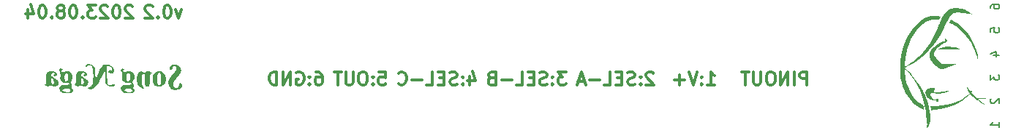
<source format=gbr>
%TF.GenerationSoftware,KiCad,Pcbnew,(7.0.0)*%
%TF.CreationDate,2023-08-09T19:52:53-07:00*%
%TF.ProjectId,8-pots-1-mux,382d706f-7473-42d3-912d-6d75782e6b69,rev?*%
%TF.SameCoordinates,Original*%
%TF.FileFunction,Legend,Bot*%
%TF.FilePolarity,Positive*%
%FSLAX46Y46*%
G04 Gerber Fmt 4.6, Leading zero omitted, Abs format (unit mm)*
G04 Created by KiCad (PCBNEW (7.0.0)) date 2023-08-09 19:52:53*
%MOMM*%
%LPD*%
G01*
G04 APERTURE LIST*
%ADD10C,0.300000*%
%ADD11C,0.150000*%
%ADD12C,0.375000*%
G04 APERTURE END LIST*
D10*
X110875426Y-27491071D02*
X110518283Y-28491071D01*
X110518283Y-28491071D02*
X110161140Y-27491071D01*
X109303997Y-26991071D02*
X109161140Y-26991071D01*
X109161140Y-26991071D02*
X109018283Y-27062500D01*
X109018283Y-27062500D02*
X108946855Y-27133928D01*
X108946855Y-27133928D02*
X108875426Y-27276785D01*
X108875426Y-27276785D02*
X108803997Y-27562500D01*
X108803997Y-27562500D02*
X108803997Y-27919642D01*
X108803997Y-27919642D02*
X108875426Y-28205357D01*
X108875426Y-28205357D02*
X108946855Y-28348214D01*
X108946855Y-28348214D02*
X109018283Y-28419642D01*
X109018283Y-28419642D02*
X109161140Y-28491071D01*
X109161140Y-28491071D02*
X109303997Y-28491071D01*
X109303997Y-28491071D02*
X109446855Y-28419642D01*
X109446855Y-28419642D02*
X109518283Y-28348214D01*
X109518283Y-28348214D02*
X109589712Y-28205357D01*
X109589712Y-28205357D02*
X109661140Y-27919642D01*
X109661140Y-27919642D02*
X109661140Y-27562500D01*
X109661140Y-27562500D02*
X109589712Y-27276785D01*
X109589712Y-27276785D02*
X109518283Y-27133928D01*
X109518283Y-27133928D02*
X109446855Y-27062500D01*
X109446855Y-27062500D02*
X109303997Y-26991071D01*
X108161141Y-28348214D02*
X108089712Y-28419642D01*
X108089712Y-28419642D02*
X108161141Y-28491071D01*
X108161141Y-28491071D02*
X108232569Y-28419642D01*
X108232569Y-28419642D02*
X108161141Y-28348214D01*
X108161141Y-28348214D02*
X108161141Y-28491071D01*
X107518283Y-27133928D02*
X107446855Y-27062500D01*
X107446855Y-27062500D02*
X107303998Y-26991071D01*
X107303998Y-26991071D02*
X106946855Y-26991071D01*
X106946855Y-26991071D02*
X106803998Y-27062500D01*
X106803998Y-27062500D02*
X106732569Y-27133928D01*
X106732569Y-27133928D02*
X106661140Y-27276785D01*
X106661140Y-27276785D02*
X106661140Y-27419642D01*
X106661140Y-27419642D02*
X106732569Y-27633928D01*
X106732569Y-27633928D02*
X107589712Y-28491071D01*
X107589712Y-28491071D02*
X106661140Y-28491071D01*
X105189712Y-27133928D02*
X105118284Y-27062500D01*
X105118284Y-27062500D02*
X104975427Y-26991071D01*
X104975427Y-26991071D02*
X104618284Y-26991071D01*
X104618284Y-26991071D02*
X104475427Y-27062500D01*
X104475427Y-27062500D02*
X104403998Y-27133928D01*
X104403998Y-27133928D02*
X104332569Y-27276785D01*
X104332569Y-27276785D02*
X104332569Y-27419642D01*
X104332569Y-27419642D02*
X104403998Y-27633928D01*
X104403998Y-27633928D02*
X105261141Y-28491071D01*
X105261141Y-28491071D02*
X104332569Y-28491071D01*
X103403998Y-26991071D02*
X103261141Y-26991071D01*
X103261141Y-26991071D02*
X103118284Y-27062500D01*
X103118284Y-27062500D02*
X103046856Y-27133928D01*
X103046856Y-27133928D02*
X102975427Y-27276785D01*
X102975427Y-27276785D02*
X102903998Y-27562500D01*
X102903998Y-27562500D02*
X102903998Y-27919642D01*
X102903998Y-27919642D02*
X102975427Y-28205357D01*
X102975427Y-28205357D02*
X103046856Y-28348214D01*
X103046856Y-28348214D02*
X103118284Y-28419642D01*
X103118284Y-28419642D02*
X103261141Y-28491071D01*
X103261141Y-28491071D02*
X103403998Y-28491071D01*
X103403998Y-28491071D02*
X103546856Y-28419642D01*
X103546856Y-28419642D02*
X103618284Y-28348214D01*
X103618284Y-28348214D02*
X103689713Y-28205357D01*
X103689713Y-28205357D02*
X103761141Y-27919642D01*
X103761141Y-27919642D02*
X103761141Y-27562500D01*
X103761141Y-27562500D02*
X103689713Y-27276785D01*
X103689713Y-27276785D02*
X103618284Y-27133928D01*
X103618284Y-27133928D02*
X103546856Y-27062500D01*
X103546856Y-27062500D02*
X103403998Y-26991071D01*
X102332570Y-27133928D02*
X102261142Y-27062500D01*
X102261142Y-27062500D02*
X102118285Y-26991071D01*
X102118285Y-26991071D02*
X101761142Y-26991071D01*
X101761142Y-26991071D02*
X101618285Y-27062500D01*
X101618285Y-27062500D02*
X101546856Y-27133928D01*
X101546856Y-27133928D02*
X101475427Y-27276785D01*
X101475427Y-27276785D02*
X101475427Y-27419642D01*
X101475427Y-27419642D02*
X101546856Y-27633928D01*
X101546856Y-27633928D02*
X102403999Y-28491071D01*
X102403999Y-28491071D02*
X101475427Y-28491071D01*
X100975428Y-26991071D02*
X100046856Y-26991071D01*
X100046856Y-26991071D02*
X100546856Y-27562500D01*
X100546856Y-27562500D02*
X100332571Y-27562500D01*
X100332571Y-27562500D02*
X100189714Y-27633928D01*
X100189714Y-27633928D02*
X100118285Y-27705357D01*
X100118285Y-27705357D02*
X100046856Y-27848214D01*
X100046856Y-27848214D02*
X100046856Y-28205357D01*
X100046856Y-28205357D02*
X100118285Y-28348214D01*
X100118285Y-28348214D02*
X100189714Y-28419642D01*
X100189714Y-28419642D02*
X100332571Y-28491071D01*
X100332571Y-28491071D02*
X100761142Y-28491071D01*
X100761142Y-28491071D02*
X100903999Y-28419642D01*
X100903999Y-28419642D02*
X100975428Y-28348214D01*
X99404000Y-28348214D02*
X99332571Y-28419642D01*
X99332571Y-28419642D02*
X99404000Y-28491071D01*
X99404000Y-28491071D02*
X99475428Y-28419642D01*
X99475428Y-28419642D02*
X99404000Y-28348214D01*
X99404000Y-28348214D02*
X99404000Y-28491071D01*
X98403999Y-26991071D02*
X98261142Y-26991071D01*
X98261142Y-26991071D02*
X98118285Y-27062500D01*
X98118285Y-27062500D02*
X98046857Y-27133928D01*
X98046857Y-27133928D02*
X97975428Y-27276785D01*
X97975428Y-27276785D02*
X97903999Y-27562500D01*
X97903999Y-27562500D02*
X97903999Y-27919642D01*
X97903999Y-27919642D02*
X97975428Y-28205357D01*
X97975428Y-28205357D02*
X98046857Y-28348214D01*
X98046857Y-28348214D02*
X98118285Y-28419642D01*
X98118285Y-28419642D02*
X98261142Y-28491071D01*
X98261142Y-28491071D02*
X98403999Y-28491071D01*
X98403999Y-28491071D02*
X98546857Y-28419642D01*
X98546857Y-28419642D02*
X98618285Y-28348214D01*
X98618285Y-28348214D02*
X98689714Y-28205357D01*
X98689714Y-28205357D02*
X98761142Y-27919642D01*
X98761142Y-27919642D02*
X98761142Y-27562500D01*
X98761142Y-27562500D02*
X98689714Y-27276785D01*
X98689714Y-27276785D02*
X98618285Y-27133928D01*
X98618285Y-27133928D02*
X98546857Y-27062500D01*
X98546857Y-27062500D02*
X98403999Y-26991071D01*
X97046857Y-27633928D02*
X97189714Y-27562500D01*
X97189714Y-27562500D02*
X97261143Y-27491071D01*
X97261143Y-27491071D02*
X97332571Y-27348214D01*
X97332571Y-27348214D02*
X97332571Y-27276785D01*
X97332571Y-27276785D02*
X97261143Y-27133928D01*
X97261143Y-27133928D02*
X97189714Y-27062500D01*
X97189714Y-27062500D02*
X97046857Y-26991071D01*
X97046857Y-26991071D02*
X96761143Y-26991071D01*
X96761143Y-26991071D02*
X96618286Y-27062500D01*
X96618286Y-27062500D02*
X96546857Y-27133928D01*
X96546857Y-27133928D02*
X96475428Y-27276785D01*
X96475428Y-27276785D02*
X96475428Y-27348214D01*
X96475428Y-27348214D02*
X96546857Y-27491071D01*
X96546857Y-27491071D02*
X96618286Y-27562500D01*
X96618286Y-27562500D02*
X96761143Y-27633928D01*
X96761143Y-27633928D02*
X97046857Y-27633928D01*
X97046857Y-27633928D02*
X97189714Y-27705357D01*
X97189714Y-27705357D02*
X97261143Y-27776785D01*
X97261143Y-27776785D02*
X97332571Y-27919642D01*
X97332571Y-27919642D02*
X97332571Y-28205357D01*
X97332571Y-28205357D02*
X97261143Y-28348214D01*
X97261143Y-28348214D02*
X97189714Y-28419642D01*
X97189714Y-28419642D02*
X97046857Y-28491071D01*
X97046857Y-28491071D02*
X96761143Y-28491071D01*
X96761143Y-28491071D02*
X96618286Y-28419642D01*
X96618286Y-28419642D02*
X96546857Y-28348214D01*
X96546857Y-28348214D02*
X96475428Y-28205357D01*
X96475428Y-28205357D02*
X96475428Y-27919642D01*
X96475428Y-27919642D02*
X96546857Y-27776785D01*
X96546857Y-27776785D02*
X96618286Y-27705357D01*
X96618286Y-27705357D02*
X96761143Y-27633928D01*
X95832572Y-28348214D02*
X95761143Y-28419642D01*
X95761143Y-28419642D02*
X95832572Y-28491071D01*
X95832572Y-28491071D02*
X95904000Y-28419642D01*
X95904000Y-28419642D02*
X95832572Y-28348214D01*
X95832572Y-28348214D02*
X95832572Y-28491071D01*
X94832571Y-26991071D02*
X94689714Y-26991071D01*
X94689714Y-26991071D02*
X94546857Y-27062500D01*
X94546857Y-27062500D02*
X94475429Y-27133928D01*
X94475429Y-27133928D02*
X94404000Y-27276785D01*
X94404000Y-27276785D02*
X94332571Y-27562500D01*
X94332571Y-27562500D02*
X94332571Y-27919642D01*
X94332571Y-27919642D02*
X94404000Y-28205357D01*
X94404000Y-28205357D02*
X94475429Y-28348214D01*
X94475429Y-28348214D02*
X94546857Y-28419642D01*
X94546857Y-28419642D02*
X94689714Y-28491071D01*
X94689714Y-28491071D02*
X94832571Y-28491071D01*
X94832571Y-28491071D02*
X94975429Y-28419642D01*
X94975429Y-28419642D02*
X95046857Y-28348214D01*
X95046857Y-28348214D02*
X95118286Y-28205357D01*
X95118286Y-28205357D02*
X95189714Y-27919642D01*
X95189714Y-27919642D02*
X95189714Y-27562500D01*
X95189714Y-27562500D02*
X95118286Y-27276785D01*
X95118286Y-27276785D02*
X95046857Y-27133928D01*
X95046857Y-27133928D02*
X94975429Y-27062500D01*
X94975429Y-27062500D02*
X94832571Y-26991071D01*
X93046858Y-27491071D02*
X93046858Y-28491071D01*
X93404000Y-26919642D02*
X93761143Y-27991071D01*
X93761143Y-27991071D02*
X92832572Y-27991071D01*
D11*
X204522380Y-27336666D02*
X204522380Y-27146190D01*
X204522380Y-27146190D02*
X204570000Y-27050952D01*
X204570000Y-27050952D02*
X204617619Y-27003333D01*
X204617619Y-27003333D02*
X204760476Y-26908095D01*
X204760476Y-26908095D02*
X204950952Y-26860476D01*
X204950952Y-26860476D02*
X205331904Y-26860476D01*
X205331904Y-26860476D02*
X205427142Y-26908095D01*
X205427142Y-26908095D02*
X205474761Y-26955714D01*
X205474761Y-26955714D02*
X205522380Y-27050952D01*
X205522380Y-27050952D02*
X205522380Y-27241428D01*
X205522380Y-27241428D02*
X205474761Y-27336666D01*
X205474761Y-27336666D02*
X205427142Y-27384285D01*
X205427142Y-27384285D02*
X205331904Y-27431904D01*
X205331904Y-27431904D02*
X205093809Y-27431904D01*
X205093809Y-27431904D02*
X204998571Y-27384285D01*
X204998571Y-27384285D02*
X204950952Y-27336666D01*
X204950952Y-27336666D02*
X204903333Y-27241428D01*
X204903333Y-27241428D02*
X204903333Y-27050952D01*
X204903333Y-27050952D02*
X204950952Y-26955714D01*
X204950952Y-26955714D02*
X204998571Y-26908095D01*
X204998571Y-26908095D02*
X205093809Y-26860476D01*
X204522380Y-30136666D02*
X204522380Y-29660476D01*
X204522380Y-29660476D02*
X204998571Y-29612857D01*
X204998571Y-29612857D02*
X204950952Y-29660476D01*
X204950952Y-29660476D02*
X204903333Y-29755714D01*
X204903333Y-29755714D02*
X204903333Y-29993809D01*
X204903333Y-29993809D02*
X204950952Y-30089047D01*
X204950952Y-30089047D02*
X204998571Y-30136666D01*
X204998571Y-30136666D02*
X205093809Y-30184285D01*
X205093809Y-30184285D02*
X205331904Y-30184285D01*
X205331904Y-30184285D02*
X205427142Y-30136666D01*
X205427142Y-30136666D02*
X205474761Y-30089047D01*
X205474761Y-30089047D02*
X205522380Y-29993809D01*
X205522380Y-29993809D02*
X205522380Y-29755714D01*
X205522380Y-29755714D02*
X205474761Y-29660476D01*
X205474761Y-29660476D02*
X205427142Y-29612857D01*
X204855714Y-32841428D02*
X205522380Y-32841428D01*
X204474761Y-32603333D02*
X205189047Y-32365238D01*
X205189047Y-32365238D02*
X205189047Y-32984285D01*
X204522380Y-35070000D02*
X204522380Y-35689047D01*
X204522380Y-35689047D02*
X204903333Y-35355714D01*
X204903333Y-35355714D02*
X204903333Y-35498571D01*
X204903333Y-35498571D02*
X204950952Y-35593809D01*
X204950952Y-35593809D02*
X204998571Y-35641428D01*
X204998571Y-35641428D02*
X205093809Y-35689047D01*
X205093809Y-35689047D02*
X205331904Y-35689047D01*
X205331904Y-35689047D02*
X205427142Y-35641428D01*
X205427142Y-35641428D02*
X205474761Y-35593809D01*
X205474761Y-35593809D02*
X205522380Y-35498571D01*
X205522380Y-35498571D02*
X205522380Y-35212857D01*
X205522380Y-35212857D02*
X205474761Y-35117619D01*
X205474761Y-35117619D02*
X205427142Y-35070000D01*
X204617619Y-37870000D02*
X204570000Y-37917619D01*
X204570000Y-37917619D02*
X204522380Y-38012857D01*
X204522380Y-38012857D02*
X204522380Y-38250952D01*
X204522380Y-38250952D02*
X204570000Y-38346190D01*
X204570000Y-38346190D02*
X204617619Y-38393809D01*
X204617619Y-38393809D02*
X204712857Y-38441428D01*
X204712857Y-38441428D02*
X204808095Y-38441428D01*
X204808095Y-38441428D02*
X204950952Y-38393809D01*
X204950952Y-38393809D02*
X205522380Y-37822381D01*
X205522380Y-37822381D02*
X205522380Y-38441428D01*
X205522380Y-41193809D02*
X205522380Y-40622381D01*
X205522380Y-40908095D02*
X204522380Y-40908095D01*
X204522380Y-40908095D02*
X204665238Y-40812857D01*
X204665238Y-40812857D02*
X204760476Y-40717619D01*
X204760476Y-40717619D02*
X204808095Y-40622381D01*
D12*
X183284857Y-36249571D02*
X183284857Y-34749571D01*
X183284857Y-34749571D02*
X182713428Y-34749571D01*
X182713428Y-34749571D02*
X182570571Y-34821000D01*
X182570571Y-34821000D02*
X182499142Y-34892428D01*
X182499142Y-34892428D02*
X182427714Y-35035285D01*
X182427714Y-35035285D02*
X182427714Y-35249571D01*
X182427714Y-35249571D02*
X182499142Y-35392428D01*
X182499142Y-35392428D02*
X182570571Y-35463857D01*
X182570571Y-35463857D02*
X182713428Y-35535285D01*
X182713428Y-35535285D02*
X183284857Y-35535285D01*
X181784857Y-36249571D02*
X181784857Y-34749571D01*
X181070571Y-36249571D02*
X181070571Y-34749571D01*
X181070571Y-34749571D02*
X180213428Y-36249571D01*
X180213428Y-36249571D02*
X180213428Y-34749571D01*
X179213427Y-34749571D02*
X178927713Y-34749571D01*
X178927713Y-34749571D02*
X178784856Y-34821000D01*
X178784856Y-34821000D02*
X178641999Y-34963857D01*
X178641999Y-34963857D02*
X178570570Y-35249571D01*
X178570570Y-35249571D02*
X178570570Y-35749571D01*
X178570570Y-35749571D02*
X178641999Y-36035285D01*
X178641999Y-36035285D02*
X178784856Y-36178142D01*
X178784856Y-36178142D02*
X178927713Y-36249571D01*
X178927713Y-36249571D02*
X179213427Y-36249571D01*
X179213427Y-36249571D02*
X179356285Y-36178142D01*
X179356285Y-36178142D02*
X179499142Y-36035285D01*
X179499142Y-36035285D02*
X179570570Y-35749571D01*
X179570570Y-35749571D02*
X179570570Y-35249571D01*
X179570570Y-35249571D02*
X179499142Y-34963857D01*
X179499142Y-34963857D02*
X179356285Y-34821000D01*
X179356285Y-34821000D02*
X179213427Y-34749571D01*
X177927713Y-34749571D02*
X177927713Y-35963857D01*
X177927713Y-35963857D02*
X177856284Y-36106714D01*
X177856284Y-36106714D02*
X177784856Y-36178142D01*
X177784856Y-36178142D02*
X177641998Y-36249571D01*
X177641998Y-36249571D02*
X177356284Y-36249571D01*
X177356284Y-36249571D02*
X177213427Y-36178142D01*
X177213427Y-36178142D02*
X177141998Y-36106714D01*
X177141998Y-36106714D02*
X177070570Y-35963857D01*
X177070570Y-35963857D02*
X177070570Y-34749571D01*
X176570569Y-34749571D02*
X175713427Y-34749571D01*
X176141998Y-36249571D02*
X176141998Y-34749571D01*
X171727712Y-36249571D02*
X172584855Y-36249571D01*
X172156284Y-36249571D02*
X172156284Y-34749571D01*
X172156284Y-34749571D02*
X172299141Y-34963857D01*
X172299141Y-34963857D02*
X172441998Y-35106714D01*
X172441998Y-35106714D02*
X172584855Y-35178142D01*
X171084856Y-36106714D02*
X171013427Y-36178142D01*
X171013427Y-36178142D02*
X171084856Y-36249571D01*
X171084856Y-36249571D02*
X171156284Y-36178142D01*
X171156284Y-36178142D02*
X171084856Y-36106714D01*
X171084856Y-36106714D02*
X171084856Y-36249571D01*
X171084856Y-35321000D02*
X171013427Y-35392428D01*
X171013427Y-35392428D02*
X171084856Y-35463857D01*
X171084856Y-35463857D02*
X171156284Y-35392428D01*
X171156284Y-35392428D02*
X171084856Y-35321000D01*
X171084856Y-35321000D02*
X171084856Y-35463857D01*
X170584855Y-34749571D02*
X170084855Y-36249571D01*
X170084855Y-36249571D02*
X169584855Y-34749571D01*
X169084856Y-35678142D02*
X167941999Y-35678142D01*
X168513427Y-36249571D02*
X168513427Y-35106714D01*
X165499141Y-34892428D02*
X165427713Y-34821000D01*
X165427713Y-34821000D02*
X165284856Y-34749571D01*
X165284856Y-34749571D02*
X164927713Y-34749571D01*
X164927713Y-34749571D02*
X164784856Y-34821000D01*
X164784856Y-34821000D02*
X164713427Y-34892428D01*
X164713427Y-34892428D02*
X164641998Y-35035285D01*
X164641998Y-35035285D02*
X164641998Y-35178142D01*
X164641998Y-35178142D02*
X164713427Y-35392428D01*
X164713427Y-35392428D02*
X165570570Y-36249571D01*
X165570570Y-36249571D02*
X164641998Y-36249571D01*
X163999142Y-36106714D02*
X163927713Y-36178142D01*
X163927713Y-36178142D02*
X163999142Y-36249571D01*
X163999142Y-36249571D02*
X164070570Y-36178142D01*
X164070570Y-36178142D02*
X163999142Y-36106714D01*
X163999142Y-36106714D02*
X163999142Y-36249571D01*
X163999142Y-35321000D02*
X163927713Y-35392428D01*
X163927713Y-35392428D02*
X163999142Y-35463857D01*
X163999142Y-35463857D02*
X164070570Y-35392428D01*
X164070570Y-35392428D02*
X163999142Y-35321000D01*
X163999142Y-35321000D02*
X163999142Y-35463857D01*
X163356284Y-36178142D02*
X163141999Y-36249571D01*
X163141999Y-36249571D02*
X162784856Y-36249571D01*
X162784856Y-36249571D02*
X162641999Y-36178142D01*
X162641999Y-36178142D02*
X162570570Y-36106714D01*
X162570570Y-36106714D02*
X162499141Y-35963857D01*
X162499141Y-35963857D02*
X162499141Y-35821000D01*
X162499141Y-35821000D02*
X162570570Y-35678142D01*
X162570570Y-35678142D02*
X162641999Y-35606714D01*
X162641999Y-35606714D02*
X162784856Y-35535285D01*
X162784856Y-35535285D02*
X163070570Y-35463857D01*
X163070570Y-35463857D02*
X163213427Y-35392428D01*
X163213427Y-35392428D02*
X163284856Y-35321000D01*
X163284856Y-35321000D02*
X163356284Y-35178142D01*
X163356284Y-35178142D02*
X163356284Y-35035285D01*
X163356284Y-35035285D02*
X163284856Y-34892428D01*
X163284856Y-34892428D02*
X163213427Y-34821000D01*
X163213427Y-34821000D02*
X163070570Y-34749571D01*
X163070570Y-34749571D02*
X162713427Y-34749571D01*
X162713427Y-34749571D02*
X162499141Y-34821000D01*
X161856285Y-35463857D02*
X161356285Y-35463857D01*
X161141999Y-36249571D02*
X161856285Y-36249571D01*
X161856285Y-36249571D02*
X161856285Y-34749571D01*
X161856285Y-34749571D02*
X161141999Y-34749571D01*
X159784856Y-36249571D02*
X160499142Y-36249571D01*
X160499142Y-36249571D02*
X160499142Y-34749571D01*
X159284856Y-35678142D02*
X158141999Y-35678142D01*
X157499141Y-35821000D02*
X156784856Y-35821000D01*
X157641998Y-36249571D02*
X157141998Y-34749571D01*
X157141998Y-34749571D02*
X156641998Y-36249571D01*
X155384856Y-34749571D02*
X154456284Y-34749571D01*
X154456284Y-34749571D02*
X154956284Y-35321000D01*
X154956284Y-35321000D02*
X154741999Y-35321000D01*
X154741999Y-35321000D02*
X154599142Y-35392428D01*
X154599142Y-35392428D02*
X154527713Y-35463857D01*
X154527713Y-35463857D02*
X154456284Y-35606714D01*
X154456284Y-35606714D02*
X154456284Y-35963857D01*
X154456284Y-35963857D02*
X154527713Y-36106714D01*
X154527713Y-36106714D02*
X154599142Y-36178142D01*
X154599142Y-36178142D02*
X154741999Y-36249571D01*
X154741999Y-36249571D02*
X155170570Y-36249571D01*
X155170570Y-36249571D02*
X155313427Y-36178142D01*
X155313427Y-36178142D02*
X155384856Y-36106714D01*
X153813428Y-36106714D02*
X153741999Y-36178142D01*
X153741999Y-36178142D02*
X153813428Y-36249571D01*
X153813428Y-36249571D02*
X153884856Y-36178142D01*
X153884856Y-36178142D02*
X153813428Y-36106714D01*
X153813428Y-36106714D02*
X153813428Y-36249571D01*
X153813428Y-35321000D02*
X153741999Y-35392428D01*
X153741999Y-35392428D02*
X153813428Y-35463857D01*
X153813428Y-35463857D02*
X153884856Y-35392428D01*
X153884856Y-35392428D02*
X153813428Y-35321000D01*
X153813428Y-35321000D02*
X153813428Y-35463857D01*
X153170570Y-36178142D02*
X152956285Y-36249571D01*
X152956285Y-36249571D02*
X152599142Y-36249571D01*
X152599142Y-36249571D02*
X152456285Y-36178142D01*
X152456285Y-36178142D02*
X152384856Y-36106714D01*
X152384856Y-36106714D02*
X152313427Y-35963857D01*
X152313427Y-35963857D02*
X152313427Y-35821000D01*
X152313427Y-35821000D02*
X152384856Y-35678142D01*
X152384856Y-35678142D02*
X152456285Y-35606714D01*
X152456285Y-35606714D02*
X152599142Y-35535285D01*
X152599142Y-35535285D02*
X152884856Y-35463857D01*
X152884856Y-35463857D02*
X153027713Y-35392428D01*
X153027713Y-35392428D02*
X153099142Y-35321000D01*
X153099142Y-35321000D02*
X153170570Y-35178142D01*
X153170570Y-35178142D02*
X153170570Y-35035285D01*
X153170570Y-35035285D02*
X153099142Y-34892428D01*
X153099142Y-34892428D02*
X153027713Y-34821000D01*
X153027713Y-34821000D02*
X152884856Y-34749571D01*
X152884856Y-34749571D02*
X152527713Y-34749571D01*
X152527713Y-34749571D02*
X152313427Y-34821000D01*
X151670571Y-35463857D02*
X151170571Y-35463857D01*
X150956285Y-36249571D02*
X151670571Y-36249571D01*
X151670571Y-36249571D02*
X151670571Y-34749571D01*
X151670571Y-34749571D02*
X150956285Y-34749571D01*
X149599142Y-36249571D02*
X150313428Y-36249571D01*
X150313428Y-36249571D02*
X150313428Y-34749571D01*
X149099142Y-35678142D02*
X147956285Y-35678142D01*
X146741999Y-35463857D02*
X146527713Y-35535285D01*
X146527713Y-35535285D02*
X146456284Y-35606714D01*
X146456284Y-35606714D02*
X146384856Y-35749571D01*
X146384856Y-35749571D02*
X146384856Y-35963857D01*
X146384856Y-35963857D02*
X146456284Y-36106714D01*
X146456284Y-36106714D02*
X146527713Y-36178142D01*
X146527713Y-36178142D02*
X146670570Y-36249571D01*
X146670570Y-36249571D02*
X147241999Y-36249571D01*
X147241999Y-36249571D02*
X147241999Y-34749571D01*
X147241999Y-34749571D02*
X146741999Y-34749571D01*
X146741999Y-34749571D02*
X146599142Y-34821000D01*
X146599142Y-34821000D02*
X146527713Y-34892428D01*
X146527713Y-34892428D02*
X146456284Y-35035285D01*
X146456284Y-35035285D02*
X146456284Y-35178142D01*
X146456284Y-35178142D02*
X146527713Y-35321000D01*
X146527713Y-35321000D02*
X146599142Y-35392428D01*
X146599142Y-35392428D02*
X146741999Y-35463857D01*
X146741999Y-35463857D02*
X147241999Y-35463857D01*
X144199142Y-35249571D02*
X144199142Y-36249571D01*
X144556284Y-34678142D02*
X144913427Y-35749571D01*
X144913427Y-35749571D02*
X143984856Y-35749571D01*
X143413428Y-36106714D02*
X143341999Y-36178142D01*
X143341999Y-36178142D02*
X143413428Y-36249571D01*
X143413428Y-36249571D02*
X143484856Y-36178142D01*
X143484856Y-36178142D02*
X143413428Y-36106714D01*
X143413428Y-36106714D02*
X143413428Y-36249571D01*
X143413428Y-35321000D02*
X143341999Y-35392428D01*
X143341999Y-35392428D02*
X143413428Y-35463857D01*
X143413428Y-35463857D02*
X143484856Y-35392428D01*
X143484856Y-35392428D02*
X143413428Y-35321000D01*
X143413428Y-35321000D02*
X143413428Y-35463857D01*
X142770570Y-36178142D02*
X142556285Y-36249571D01*
X142556285Y-36249571D02*
X142199142Y-36249571D01*
X142199142Y-36249571D02*
X142056285Y-36178142D01*
X142056285Y-36178142D02*
X141984856Y-36106714D01*
X141984856Y-36106714D02*
X141913427Y-35963857D01*
X141913427Y-35963857D02*
X141913427Y-35821000D01*
X141913427Y-35821000D02*
X141984856Y-35678142D01*
X141984856Y-35678142D02*
X142056285Y-35606714D01*
X142056285Y-35606714D02*
X142199142Y-35535285D01*
X142199142Y-35535285D02*
X142484856Y-35463857D01*
X142484856Y-35463857D02*
X142627713Y-35392428D01*
X142627713Y-35392428D02*
X142699142Y-35321000D01*
X142699142Y-35321000D02*
X142770570Y-35178142D01*
X142770570Y-35178142D02*
X142770570Y-35035285D01*
X142770570Y-35035285D02*
X142699142Y-34892428D01*
X142699142Y-34892428D02*
X142627713Y-34821000D01*
X142627713Y-34821000D02*
X142484856Y-34749571D01*
X142484856Y-34749571D02*
X142127713Y-34749571D01*
X142127713Y-34749571D02*
X141913427Y-34821000D01*
X141270571Y-35463857D02*
X140770571Y-35463857D01*
X140556285Y-36249571D02*
X141270571Y-36249571D01*
X141270571Y-36249571D02*
X141270571Y-34749571D01*
X141270571Y-34749571D02*
X140556285Y-34749571D01*
X139199142Y-36249571D02*
X139913428Y-36249571D01*
X139913428Y-36249571D02*
X139913428Y-34749571D01*
X138699142Y-35678142D02*
X137556285Y-35678142D01*
X135984856Y-36106714D02*
X136056284Y-36178142D01*
X136056284Y-36178142D02*
X136270570Y-36249571D01*
X136270570Y-36249571D02*
X136413427Y-36249571D01*
X136413427Y-36249571D02*
X136627713Y-36178142D01*
X136627713Y-36178142D02*
X136770570Y-36035285D01*
X136770570Y-36035285D02*
X136841999Y-35892428D01*
X136841999Y-35892428D02*
X136913427Y-35606714D01*
X136913427Y-35606714D02*
X136913427Y-35392428D01*
X136913427Y-35392428D02*
X136841999Y-35106714D01*
X136841999Y-35106714D02*
X136770570Y-34963857D01*
X136770570Y-34963857D02*
X136627713Y-34821000D01*
X136627713Y-34821000D02*
X136413427Y-34749571D01*
X136413427Y-34749571D02*
X136270570Y-34749571D01*
X136270570Y-34749571D02*
X136056284Y-34821000D01*
X136056284Y-34821000D02*
X135984856Y-34892428D01*
X133727713Y-34749571D02*
X134441999Y-34749571D01*
X134441999Y-34749571D02*
X134513427Y-35463857D01*
X134513427Y-35463857D02*
X134441999Y-35392428D01*
X134441999Y-35392428D02*
X134299142Y-35321000D01*
X134299142Y-35321000D02*
X133941999Y-35321000D01*
X133941999Y-35321000D02*
X133799142Y-35392428D01*
X133799142Y-35392428D02*
X133727713Y-35463857D01*
X133727713Y-35463857D02*
X133656284Y-35606714D01*
X133656284Y-35606714D02*
X133656284Y-35963857D01*
X133656284Y-35963857D02*
X133727713Y-36106714D01*
X133727713Y-36106714D02*
X133799142Y-36178142D01*
X133799142Y-36178142D02*
X133941999Y-36249571D01*
X133941999Y-36249571D02*
X134299142Y-36249571D01*
X134299142Y-36249571D02*
X134441999Y-36178142D01*
X134441999Y-36178142D02*
X134513427Y-36106714D01*
X133013428Y-36106714D02*
X132941999Y-36178142D01*
X132941999Y-36178142D02*
X133013428Y-36249571D01*
X133013428Y-36249571D02*
X133084856Y-36178142D01*
X133084856Y-36178142D02*
X133013428Y-36106714D01*
X133013428Y-36106714D02*
X133013428Y-36249571D01*
X133013428Y-35321000D02*
X132941999Y-35392428D01*
X132941999Y-35392428D02*
X133013428Y-35463857D01*
X133013428Y-35463857D02*
X133084856Y-35392428D01*
X133084856Y-35392428D02*
X133013428Y-35321000D01*
X133013428Y-35321000D02*
X133013428Y-35463857D01*
X132013427Y-34749571D02*
X131727713Y-34749571D01*
X131727713Y-34749571D02*
X131584856Y-34821000D01*
X131584856Y-34821000D02*
X131441999Y-34963857D01*
X131441999Y-34963857D02*
X131370570Y-35249571D01*
X131370570Y-35249571D02*
X131370570Y-35749571D01*
X131370570Y-35749571D02*
X131441999Y-36035285D01*
X131441999Y-36035285D02*
X131584856Y-36178142D01*
X131584856Y-36178142D02*
X131727713Y-36249571D01*
X131727713Y-36249571D02*
X132013427Y-36249571D01*
X132013427Y-36249571D02*
X132156285Y-36178142D01*
X132156285Y-36178142D02*
X132299142Y-36035285D01*
X132299142Y-36035285D02*
X132370570Y-35749571D01*
X132370570Y-35749571D02*
X132370570Y-35249571D01*
X132370570Y-35249571D02*
X132299142Y-34963857D01*
X132299142Y-34963857D02*
X132156285Y-34821000D01*
X132156285Y-34821000D02*
X132013427Y-34749571D01*
X130727713Y-34749571D02*
X130727713Y-35963857D01*
X130727713Y-35963857D02*
X130656284Y-36106714D01*
X130656284Y-36106714D02*
X130584856Y-36178142D01*
X130584856Y-36178142D02*
X130441998Y-36249571D01*
X130441998Y-36249571D02*
X130156284Y-36249571D01*
X130156284Y-36249571D02*
X130013427Y-36178142D01*
X130013427Y-36178142D02*
X129941998Y-36106714D01*
X129941998Y-36106714D02*
X129870570Y-35963857D01*
X129870570Y-35963857D02*
X129870570Y-34749571D01*
X129370569Y-34749571D02*
X128513427Y-34749571D01*
X128941998Y-36249571D02*
X128941998Y-34749571D01*
X126470570Y-34749571D02*
X126756284Y-34749571D01*
X126756284Y-34749571D02*
X126899141Y-34821000D01*
X126899141Y-34821000D02*
X126970570Y-34892428D01*
X126970570Y-34892428D02*
X127113427Y-35106714D01*
X127113427Y-35106714D02*
X127184855Y-35392428D01*
X127184855Y-35392428D02*
X127184855Y-35963857D01*
X127184855Y-35963857D02*
X127113427Y-36106714D01*
X127113427Y-36106714D02*
X127041998Y-36178142D01*
X127041998Y-36178142D02*
X126899141Y-36249571D01*
X126899141Y-36249571D02*
X126613427Y-36249571D01*
X126613427Y-36249571D02*
X126470570Y-36178142D01*
X126470570Y-36178142D02*
X126399141Y-36106714D01*
X126399141Y-36106714D02*
X126327712Y-35963857D01*
X126327712Y-35963857D02*
X126327712Y-35606714D01*
X126327712Y-35606714D02*
X126399141Y-35463857D01*
X126399141Y-35463857D02*
X126470570Y-35392428D01*
X126470570Y-35392428D02*
X126613427Y-35321000D01*
X126613427Y-35321000D02*
X126899141Y-35321000D01*
X126899141Y-35321000D02*
X127041998Y-35392428D01*
X127041998Y-35392428D02*
X127113427Y-35463857D01*
X127113427Y-35463857D02*
X127184855Y-35606714D01*
X125684856Y-36106714D02*
X125613427Y-36178142D01*
X125613427Y-36178142D02*
X125684856Y-36249571D01*
X125684856Y-36249571D02*
X125756284Y-36178142D01*
X125756284Y-36178142D02*
X125684856Y-36106714D01*
X125684856Y-36106714D02*
X125684856Y-36249571D01*
X125684856Y-35321000D02*
X125613427Y-35392428D01*
X125613427Y-35392428D02*
X125684856Y-35463857D01*
X125684856Y-35463857D02*
X125756284Y-35392428D01*
X125756284Y-35392428D02*
X125684856Y-35321000D01*
X125684856Y-35321000D02*
X125684856Y-35463857D01*
X124184855Y-34821000D02*
X124327713Y-34749571D01*
X124327713Y-34749571D02*
X124541998Y-34749571D01*
X124541998Y-34749571D02*
X124756284Y-34821000D01*
X124756284Y-34821000D02*
X124899141Y-34963857D01*
X124899141Y-34963857D02*
X124970570Y-35106714D01*
X124970570Y-35106714D02*
X125041998Y-35392428D01*
X125041998Y-35392428D02*
X125041998Y-35606714D01*
X125041998Y-35606714D02*
X124970570Y-35892428D01*
X124970570Y-35892428D02*
X124899141Y-36035285D01*
X124899141Y-36035285D02*
X124756284Y-36178142D01*
X124756284Y-36178142D02*
X124541998Y-36249571D01*
X124541998Y-36249571D02*
X124399141Y-36249571D01*
X124399141Y-36249571D02*
X124184855Y-36178142D01*
X124184855Y-36178142D02*
X124113427Y-36106714D01*
X124113427Y-36106714D02*
X124113427Y-35606714D01*
X124113427Y-35606714D02*
X124399141Y-35606714D01*
X123470570Y-36249571D02*
X123470570Y-34749571D01*
X123470570Y-34749571D02*
X122613427Y-36249571D01*
X122613427Y-36249571D02*
X122613427Y-34749571D01*
X121899141Y-36249571D02*
X121899141Y-34749571D01*
X121899141Y-34749571D02*
X121541998Y-34749571D01*
X121541998Y-34749571D02*
X121327712Y-34821000D01*
X121327712Y-34821000D02*
X121184855Y-34963857D01*
X121184855Y-34963857D02*
X121113426Y-35106714D01*
X121113426Y-35106714D02*
X121041998Y-35392428D01*
X121041998Y-35392428D02*
X121041998Y-35606714D01*
X121041998Y-35606714D02*
X121113426Y-35892428D01*
X121113426Y-35892428D02*
X121184855Y-36035285D01*
X121184855Y-36035285D02*
X121327712Y-36178142D01*
X121327712Y-36178142D02*
X121541998Y-36249571D01*
X121541998Y-36249571D02*
X121899141Y-36249571D01*
%TO.C,G2*%
G36*
X200123235Y-31847195D02*
G01*
X200493026Y-31916114D01*
X200820474Y-32022487D01*
X200844043Y-32032809D01*
X200923672Y-32076609D01*
X200955822Y-32110052D01*
X200935672Y-32115154D01*
X200849080Y-32121062D01*
X200704480Y-32125793D01*
X200513069Y-32129364D01*
X200286042Y-32131797D01*
X200034598Y-32133112D01*
X199769931Y-32133326D01*
X199503240Y-32132461D01*
X199245720Y-32130537D01*
X199008569Y-32127572D01*
X198802983Y-32123587D01*
X198640158Y-32118601D01*
X198531291Y-32112634D01*
X198487579Y-32105706D01*
X198498340Y-32080933D01*
X198568223Y-32041121D01*
X198684197Y-31993719D01*
X198830931Y-31944323D01*
X198993095Y-31898531D01*
X199155359Y-31861938D01*
X199363829Y-31832051D01*
X199737902Y-31818312D01*
X200123235Y-31847195D01*
G37*
G36*
X199972548Y-28704856D02*
G01*
X200085486Y-28759235D01*
X200228983Y-28836427D01*
X200389164Y-28928563D01*
X200552154Y-29027774D01*
X200704081Y-29126194D01*
X200831069Y-29215954D01*
X200988779Y-29341175D01*
X201383560Y-29711764D01*
X201756036Y-30142028D01*
X202098717Y-30619836D01*
X202404112Y-31133057D01*
X202664731Y-31669558D01*
X202873084Y-32217208D01*
X203021679Y-32763875D01*
X203048728Y-32908313D01*
X203070742Y-33066702D01*
X203079258Y-33186494D01*
X203078241Y-33216841D01*
X203069393Y-33240726D01*
X203049026Y-33215526D01*
X203014222Y-33135041D01*
X202962065Y-32993071D01*
X202889639Y-32783415D01*
X202806685Y-32547600D01*
X202645811Y-32139666D01*
X202472308Y-31769303D01*
X202273460Y-31410481D01*
X202036550Y-31037170D01*
X201718585Y-30601371D01*
X201336951Y-30164571D01*
X200931557Y-29782337D01*
X200510568Y-29462292D01*
X200082145Y-29212060D01*
X200001194Y-29171081D01*
X199874908Y-29103048D01*
X199787912Y-29050576D01*
X199755512Y-29022545D01*
X199762545Y-28994023D01*
X199790940Y-28913977D01*
X199829952Y-28815092D01*
X199867398Y-28727893D01*
X199891093Y-28682904D01*
X199904043Y-28681156D01*
X199972548Y-28704856D01*
G37*
G36*
X198045069Y-36725582D02*
G01*
X198042078Y-36817687D01*
X197978134Y-36964896D01*
X197898624Y-37072439D01*
X198117250Y-37099754D01*
X198252409Y-37111133D01*
X198532303Y-37111930D01*
X198841301Y-37090151D01*
X199151489Y-37048159D01*
X199434952Y-36988312D01*
X199473116Y-36978473D01*
X199640484Y-36939469D01*
X199735384Y-36926383D01*
X199758309Y-36939394D01*
X199709747Y-36978679D01*
X199590189Y-37044414D01*
X199413984Y-37125974D01*
X199026480Y-37249297D01*
X198636955Y-37298576D01*
X198252522Y-37272595D01*
X198252464Y-37272586D01*
X198106317Y-37242582D01*
X197983936Y-37207913D01*
X197911811Y-37176084D01*
X197910577Y-37175197D01*
X197822101Y-37154193D01*
X197716918Y-37182372D01*
X197623484Y-37246598D01*
X197570250Y-37333740D01*
X197569226Y-37436670D01*
X197613708Y-37580906D01*
X197696303Y-37727674D01*
X197805531Y-37851702D01*
X197955469Y-37943671D01*
X198119185Y-37965185D01*
X198284170Y-37910275D01*
X198341609Y-37880210D01*
X198441984Y-37852381D01*
X198498666Y-37885264D01*
X198516487Y-37980313D01*
X198515431Y-38012140D01*
X198485961Y-38137051D01*
X198423862Y-38215490D01*
X198339690Y-38232404D01*
X198285872Y-38200334D01*
X198271617Y-38115562D01*
X198271631Y-38115361D01*
X198270275Y-38048170D01*
X198238872Y-38030292D01*
X198155714Y-38049320D01*
X198094813Y-38065050D01*
X197949429Y-38081089D01*
X197805166Y-38056309D01*
X197631139Y-37987041D01*
X197552080Y-37948250D01*
X197300446Y-37789394D01*
X197117382Y-37609818D01*
X197005573Y-37412703D01*
X196967707Y-37201232D01*
X196971541Y-37140780D01*
X197029866Y-36964756D01*
X197150314Y-36814215D01*
X197322416Y-36696990D01*
X197535702Y-36620911D01*
X197779702Y-36593811D01*
X198032493Y-36593811D01*
X198045069Y-36725582D01*
G37*
G36*
X199360564Y-30883281D02*
G01*
X199434075Y-30988142D01*
X199471269Y-31113391D01*
X199457981Y-31224903D01*
X199396825Y-31305712D01*
X199290413Y-31338848D01*
X199219953Y-31349385D01*
X199059394Y-31412445D01*
X198871042Y-31525435D01*
X198667084Y-31680561D01*
X198459708Y-31870031D01*
X198418955Y-31911251D01*
X198214116Y-32148313D01*
X198080539Y-32367207D01*
X198016366Y-32573448D01*
X198019735Y-32772553D01*
X198088787Y-32970037D01*
X198115336Y-33018611D01*
X198228830Y-33187986D01*
X198372766Y-33364762D01*
X198529880Y-33530308D01*
X198682905Y-33665995D01*
X198814575Y-33753190D01*
X198834183Y-33762765D01*
X198899766Y-33791997D01*
X198965546Y-33813020D01*
X199044395Y-33826950D01*
X199149182Y-33834902D01*
X199292780Y-33837990D01*
X199488060Y-33837329D01*
X199747892Y-33834034D01*
X199766677Y-33833773D01*
X199999107Y-33831772D01*
X200204429Y-33832187D01*
X200370065Y-33834824D01*
X200483435Y-33839492D01*
X200531962Y-33845999D01*
X200554116Y-33862239D01*
X200562842Y-33900450D01*
X200495991Y-33930540D01*
X200352800Y-33952965D01*
X200199514Y-33983519D01*
X199979632Y-34058958D01*
X199704249Y-34179787D01*
X199471132Y-34282329D01*
X199221668Y-34366720D01*
X199004375Y-34404919D01*
X198804462Y-34399247D01*
X198607140Y-34352026D01*
X198448812Y-34282829D01*
X198211769Y-34121917D01*
X197983629Y-33901516D01*
X197774719Y-33632115D01*
X197595362Y-33324203D01*
X197529479Y-33184973D01*
X197480835Y-33052551D01*
X197457701Y-32928699D01*
X197451791Y-32782130D01*
X197454650Y-32683301D01*
X197481321Y-32509070D01*
X197543621Y-32350387D01*
X197650775Y-32187206D01*
X197812012Y-31999477D01*
X197967915Y-31848550D01*
X198170008Y-31684909D01*
X198390840Y-31531196D01*
X198615587Y-31396251D01*
X198829428Y-31288916D01*
X199017538Y-31218032D01*
X199165095Y-31192439D01*
X199205873Y-31182570D01*
X199223949Y-31136445D01*
X199219755Y-31034204D01*
X199216742Y-30932353D01*
X199238419Y-30846965D01*
X199287378Y-30829516D01*
X199360564Y-30883281D01*
G37*
G36*
X201877111Y-36556532D02*
G01*
X201938707Y-36642211D01*
X201963587Y-36686193D01*
X202034770Y-36798501D01*
X202117314Y-36917571D01*
X202240311Y-37086453D01*
X202380169Y-36956291D01*
X202520028Y-36826128D01*
X202415514Y-36968743D01*
X202385429Y-37011102D01*
X202332112Y-37094828D01*
X202311000Y-37142124D01*
X202328722Y-37170358D01*
X202391547Y-37244095D01*
X202489106Y-37349401D01*
X202610167Y-37473823D01*
X202909335Y-37774756D01*
X203278079Y-37775093D01*
X203342984Y-37775526D01*
X203538420Y-37780504D01*
X203721536Y-37789837D01*
X203859780Y-37802019D01*
X204072737Y-37828609D01*
X203898500Y-37859547D01*
X203887713Y-37861383D01*
X203755782Y-37877653D01*
X203584433Y-37891601D01*
X203407865Y-37900380D01*
X203402894Y-37900536D01*
X203266096Y-37906211D01*
X203177977Y-37917496D01*
X203140991Y-37940869D01*
X203157591Y-37982807D01*
X203230229Y-38049785D01*
X203361357Y-38148282D01*
X203553429Y-38284774D01*
X203668355Y-38367297D01*
X203782642Y-38452950D01*
X203857845Y-38513777D01*
X203881645Y-38540188D01*
X203855948Y-38538486D01*
X203774755Y-38505984D01*
X203653675Y-38446039D01*
X203507424Y-38366710D01*
X203350717Y-38276052D01*
X203198269Y-38182122D01*
X203064796Y-38092977D01*
X202992082Y-38039590D01*
X202824335Y-37906894D01*
X202644519Y-37755065D01*
X202480826Y-37607536D01*
X202169128Y-37314313D01*
X201939987Y-37531294D01*
X201721800Y-37726940D01*
X201203405Y-38118001D01*
X200636246Y-38453870D01*
X200026686Y-38731860D01*
X199381090Y-38949285D01*
X198705822Y-39103457D01*
X198007244Y-39191691D01*
X197672239Y-39217412D01*
X197617266Y-38970398D01*
X197562292Y-38723384D01*
X198203948Y-38699213D01*
X198818204Y-38655732D01*
X199511344Y-38550954D01*
X200157623Y-38388234D01*
X200760243Y-38166908D01*
X200892766Y-38108408D01*
X201169267Y-37973100D01*
X201402802Y-37834499D01*
X201616372Y-37678075D01*
X201832977Y-37489300D01*
X202119362Y-37223203D01*
X202027170Y-37102105D01*
X201985224Y-37043984D01*
X201899613Y-36906087D01*
X201831323Y-36771228D01*
X201789770Y-36659266D01*
X201784369Y-36590057D01*
X201822347Y-36541117D01*
X201877111Y-36556532D01*
G37*
G36*
X201036060Y-27354164D02*
G01*
X201228954Y-27411920D01*
X201496008Y-27513770D01*
X201769787Y-27637679D01*
X202022782Y-27771017D01*
X202227482Y-27901155D01*
X202293703Y-27950977D01*
X202361496Y-28007853D01*
X202382360Y-28034701D01*
X202362971Y-28034846D01*
X202278589Y-28026168D01*
X202139500Y-28008320D01*
X201958796Y-27983016D01*
X201749567Y-27951966D01*
X201662808Y-27939204D01*
X201410632Y-27906275D01*
X201159820Y-27878791D01*
X200935354Y-27859322D01*
X200762219Y-27850437D01*
X200700746Y-27849431D01*
X200533046Y-27851008D01*
X200411651Y-27863063D01*
X200312658Y-27889182D01*
X200212168Y-27932951D01*
X200172063Y-27953195D01*
X200080847Y-28005429D01*
X199999340Y-28065822D01*
X199922430Y-28142212D01*
X199845001Y-28242439D01*
X199761939Y-28374343D01*
X199668130Y-28545763D01*
X199558461Y-28764538D01*
X199427815Y-29038508D01*
X199271080Y-29375513D01*
X199103777Y-29731534D01*
X198926103Y-30090583D01*
X198757636Y-30404650D01*
X198588954Y-30688627D01*
X198410634Y-30957407D01*
X198213255Y-31225882D01*
X197987395Y-31508946D01*
X197723632Y-31821491D01*
X197359299Y-32232710D01*
X196968582Y-32641294D01*
X196593679Y-32994772D01*
X196225121Y-33300944D01*
X195853442Y-33567610D01*
X195469176Y-33802569D01*
X195062856Y-34013620D01*
X195031504Y-34028769D01*
X194865701Y-34112844D01*
X194730877Y-34187737D01*
X194640184Y-34245786D01*
X194606777Y-34279326D01*
X194606772Y-34279778D01*
X194637708Y-34329641D01*
X194712295Y-34382938D01*
X194716224Y-34385038D01*
X194853639Y-34483109D01*
X195024858Y-34645504D01*
X195226889Y-34868584D01*
X195456740Y-35148709D01*
X195711422Y-35482238D01*
X195987943Y-35865530D01*
X196283312Y-36294946D01*
X196356254Y-36404132D01*
X196535216Y-36683043D01*
X196682325Y-36934543D01*
X196810287Y-37182692D01*
X196931805Y-37451551D01*
X197059582Y-37765182D01*
X197139826Y-37978904D01*
X197286387Y-38432095D01*
X197400537Y-38878938D01*
X197481832Y-39311652D01*
X197529826Y-39722461D01*
X197544075Y-40103584D01*
X197524134Y-40447244D01*
X197469557Y-40745661D01*
X197379900Y-40991058D01*
X197254716Y-41175656D01*
X197120749Y-41317592D01*
X197150707Y-41201433D01*
X197169205Y-41089521D01*
X197176377Y-40892078D01*
X197164919Y-40631227D01*
X197134609Y-40304674D01*
X197085225Y-39910123D01*
X197016543Y-39445282D01*
X196928343Y-38907854D01*
X196889906Y-38686927D01*
X196814477Y-38285706D01*
X196739432Y-37941121D01*
X196660071Y-37639435D01*
X196571695Y-37366912D01*
X196469605Y-37109817D01*
X196349103Y-36854413D01*
X196205489Y-36586966D01*
X196034064Y-36293739D01*
X195946735Y-36149544D01*
X195681046Y-35723929D01*
X195436898Y-35353337D01*
X195216499Y-35040815D01*
X195022058Y-34789406D01*
X194855785Y-34602157D01*
X194719888Y-34482112D01*
X194594138Y-34392569D01*
X194616099Y-34893038D01*
X194616786Y-34908415D01*
X194642576Y-35277781D01*
X194687596Y-35608051D01*
X194757296Y-35919431D01*
X194857128Y-36232126D01*
X194992545Y-36566343D01*
X195168997Y-36942287D01*
X195366445Y-37311090D01*
X195626893Y-37707663D01*
X195903919Y-38033281D01*
X196200250Y-38291057D01*
X196518612Y-38484107D01*
X196542155Y-38495661D01*
X196648907Y-38552606D01*
X196707369Y-38604576D01*
X196736143Y-38675802D01*
X196753831Y-38790516D01*
X196764068Y-38865528D01*
X196783763Y-38987757D01*
X196800552Y-39067452D01*
X196807549Y-39102926D01*
X196786788Y-39126160D01*
X196710633Y-39114896D01*
X196697384Y-39111412D01*
X196599249Y-39075964D01*
X196462998Y-39017515D01*
X196313885Y-38946766D01*
X196041750Y-38780006D01*
X195756393Y-38546985D01*
X195470934Y-38261181D01*
X195194271Y-37933981D01*
X194935305Y-37576771D01*
X194702936Y-37200936D01*
X194506063Y-36817861D01*
X194353587Y-36438933D01*
X194305037Y-36291609D01*
X194223379Y-36006377D01*
X194162865Y-35726290D01*
X194120183Y-35430802D01*
X194092020Y-35099368D01*
X194075064Y-34711444D01*
X194070405Y-34405910D01*
X194101532Y-33602641D01*
X194195872Y-32833473D01*
X194352719Y-32102001D01*
X194571366Y-31411820D01*
X194851105Y-30766525D01*
X195089550Y-30329296D01*
X195400475Y-29857164D01*
X195737785Y-29438400D01*
X196097210Y-29075966D01*
X196474484Y-28772820D01*
X196865338Y-28531923D01*
X197265506Y-28356236D01*
X197670718Y-28248718D01*
X198076709Y-28212329D01*
X198479210Y-28250030D01*
X198560920Y-28266611D01*
X198657156Y-28289785D01*
X198701553Y-28305757D01*
X198703087Y-28322779D01*
X198686230Y-28395303D01*
X198649944Y-28501443D01*
X198581601Y-28680395D01*
X198423391Y-28653666D01*
X198208781Y-28629649D01*
X197826186Y-28646779D01*
X197445050Y-28739716D01*
X197067991Y-28907444D01*
X196697628Y-29148948D01*
X196336581Y-29463212D01*
X196298901Y-29500821D01*
X195929361Y-29925307D01*
X195597361Y-30410817D01*
X195306832Y-30949215D01*
X195061709Y-31532366D01*
X194865924Y-32152133D01*
X194723410Y-32800381D01*
X194694668Y-32983173D01*
X194666618Y-33198051D01*
X194642898Y-33416666D01*
X194624527Y-33625607D01*
X194612524Y-33811463D01*
X194607909Y-33960822D01*
X194611700Y-34060272D01*
X194624918Y-34096403D01*
X194641224Y-34092518D01*
X194719132Y-34055393D01*
X194841889Y-33985661D01*
X194996414Y-33891573D01*
X195169628Y-33781381D01*
X195348450Y-33663337D01*
X195519802Y-33545693D01*
X195670603Y-33436701D01*
X195877410Y-33270723D01*
X196159486Y-33015906D01*
X196443340Y-32731859D01*
X196708113Y-32439670D01*
X196932949Y-32160427D01*
X197006357Y-32061554D01*
X197284361Y-31679324D01*
X197522294Y-31335720D01*
X197729083Y-31014980D01*
X197913654Y-30701345D01*
X198084936Y-30379052D01*
X198251856Y-30032340D01*
X198423341Y-29645449D01*
X198608318Y-29202618D01*
X198642927Y-29118518D01*
X198746794Y-28871841D01*
X198847378Y-28640712D01*
X198938354Y-28439236D01*
X199013396Y-28281518D01*
X199066178Y-28181666D01*
X199165204Y-28027465D01*
X199405315Y-27735797D01*
X199672553Y-27516562D01*
X199968082Y-27369270D01*
X200293067Y-27293433D01*
X200648671Y-27288561D01*
X201036060Y-27354164D01*
G37*
%TO.C,G1*%
G36*
X109066324Y-35631605D02*
G01*
X109058804Y-35761777D01*
X108953562Y-36048299D01*
X108766638Y-36277070D01*
X108503671Y-36413975D01*
X108288142Y-36439415D01*
X108057693Y-36414861D01*
X108052585Y-36413437D01*
X107897561Y-36371795D01*
X107822115Y-36354546D01*
X107816077Y-36350545D01*
X107755879Y-36270491D01*
X107659550Y-36120029D01*
X107566083Y-35901531D01*
X107516293Y-35501126D01*
X107516469Y-35469198D01*
X108054616Y-35469198D01*
X108055520Y-35753084D01*
X108088966Y-36001173D01*
X108156251Y-36163057D01*
X108243256Y-36249059D01*
X108351674Y-36265556D01*
X108451552Y-36142812D01*
X108467556Y-36106589D01*
X108510416Y-35902343D01*
X108526064Y-35631605D01*
X108515767Y-35346650D01*
X108480797Y-35099755D01*
X108422422Y-34943195D01*
X108361810Y-34867751D01*
X108291190Y-34845594D01*
X108187905Y-34931981D01*
X108145250Y-34995665D01*
X108084958Y-35199922D01*
X108054616Y-35469198D01*
X107516469Y-35469198D01*
X107516602Y-35444982D01*
X107535028Y-35217023D01*
X107597790Y-35058081D01*
X107726950Y-34905813D01*
X107887684Y-34786306D01*
X108181671Y-34692913D01*
X108490336Y-34709874D01*
X108763852Y-34840333D01*
X108828025Y-34896859D01*
X109001676Y-35151942D01*
X109076722Y-35451619D01*
X109066324Y-35631605D01*
G37*
G36*
X110236142Y-33907099D02*
G01*
X110439826Y-33965414D01*
X110624415Y-34112063D01*
X110625071Y-34112720D01*
X110782352Y-34326121D01*
X110831479Y-34555398D01*
X110768834Y-34815609D01*
X110590802Y-35121812D01*
X110293768Y-35489065D01*
X110136646Y-35682034D01*
X109996108Y-35889391D01*
X109924060Y-36041163D01*
X109908596Y-36127372D01*
X109926189Y-36361166D01*
X110020566Y-36543469D01*
X110173294Y-36630681D01*
X110317753Y-36626663D01*
X110478999Y-36516989D01*
X110572284Y-36280768D01*
X110635093Y-36124143D01*
X110749115Y-36069725D01*
X110893069Y-36152500D01*
X110971426Y-36289865D01*
X110934465Y-36472701D01*
X110757646Y-36672847D01*
X110503700Y-36816982D01*
X110169901Y-36854999D01*
X109796148Y-36759043D01*
X109549685Y-36607776D01*
X109376900Y-36358261D01*
X109320000Y-36023505D01*
X109320246Y-35994871D01*
X109337059Y-35827875D01*
X109391903Y-35669069D01*
X109501018Y-35491132D01*
X109680645Y-35266741D01*
X109947022Y-34968574D01*
X110097166Y-34783555D01*
X110237214Y-34515912D01*
X110255801Y-34289600D01*
X110149830Y-34117614D01*
X110133104Y-34105007D01*
X109997771Y-34080754D01*
X109879432Y-34172744D01*
X109811406Y-34357371D01*
X109759462Y-34476819D01*
X109651567Y-34522024D01*
X109541016Y-34469028D01*
X109478239Y-34323029D01*
X109480732Y-34225559D01*
X109578768Y-34052623D01*
X109790322Y-33940833D01*
X110099277Y-33901136D01*
X110236142Y-33907099D01*
G37*
G36*
X107329724Y-34738686D02*
G01*
X107424904Y-34807569D01*
X107435563Y-34876353D01*
X107353665Y-34893324D01*
X107315274Y-34915201D01*
X107281323Y-35030501D01*
X107258023Y-35258008D01*
X107242915Y-35613720D01*
X107238798Y-35739103D01*
X107214880Y-36086843D01*
X107169200Y-36312150D01*
X107092846Y-36431728D01*
X106976907Y-36462278D01*
X106812472Y-36420503D01*
X106744860Y-36388237D01*
X106693079Y-36327717D01*
X106664618Y-36213927D01*
X106652592Y-36016527D01*
X106650114Y-35705174D01*
X106650107Y-35689427D01*
X106644945Y-35370855D01*
X106627247Y-35168751D01*
X106592708Y-35056568D01*
X106537025Y-35007756D01*
X106509262Y-34998437D01*
X106389771Y-35006972D01*
X106311993Y-35121169D01*
X106271280Y-35353015D01*
X106262985Y-35714495D01*
X106269750Y-35945761D01*
X106294195Y-36191652D01*
X106343687Y-36364154D01*
X106426924Y-36505217D01*
X106447674Y-36533368D01*
X106530873Y-36657236D01*
X106529150Y-36706508D01*
X106445528Y-36715341D01*
X106346029Y-36696734D01*
X106142694Y-36580562D01*
X105949958Y-36390435D01*
X105811540Y-36164350D01*
X105791220Y-36109753D01*
X105731028Y-35816326D01*
X105716459Y-35477580D01*
X105747000Y-35154426D01*
X105822138Y-34907780D01*
X105851329Y-34855224D01*
X105974183Y-34728352D01*
X106159211Y-34694886D01*
X106352378Y-34728974D01*
X106524070Y-34819663D01*
X106600882Y-34885119D01*
X106670988Y-34903077D01*
X106731775Y-34819663D01*
X106749408Y-34795099D01*
X106895469Y-34715810D01*
X107107897Y-34694434D01*
X107329724Y-34738686D01*
G37*
G36*
X100061830Y-35910866D02*
G01*
X100074682Y-35942988D01*
X100058776Y-36161580D01*
X99950577Y-36342724D01*
X99758921Y-36443379D01*
X99566155Y-36448464D01*
X99312756Y-36338516D01*
X99228462Y-36315897D01*
X99060199Y-36380836D01*
X98940565Y-36443145D01*
X98819544Y-36443813D01*
X98640455Y-36374678D01*
X98534849Y-36323062D01*
X98463518Y-36264422D01*
X98514177Y-36230031D01*
X98522554Y-36227823D01*
X98583165Y-36187944D01*
X98619006Y-36091961D01*
X98636096Y-35910523D01*
X98640412Y-35617227D01*
X99227931Y-35617227D01*
X99231814Y-35830743D01*
X99246963Y-35982857D01*
X99293704Y-36137752D01*
X99377508Y-36196333D01*
X99472490Y-36175628D01*
X99549024Y-36029303D01*
X99563349Y-35910866D01*
X99530594Y-35709594D01*
X99443720Y-35552201D01*
X99323560Y-35488637D01*
X99257894Y-35513873D01*
X99227931Y-35617227D01*
X98640412Y-35617227D01*
X98640455Y-35614275D01*
X98640455Y-35611680D01*
X98657933Y-35227379D01*
X98720162Y-34963895D01*
X98842342Y-34800882D01*
X99039675Y-34717995D01*
X99327361Y-34694887D01*
X99497002Y-34705430D01*
X99751535Y-34779977D01*
X99900306Y-34916461D01*
X99926775Y-35103604D01*
X99926019Y-35107318D01*
X99840199Y-35225994D01*
X99693410Y-35263411D01*
X99552819Y-35201909D01*
X99517996Y-35114925D01*
X99607639Y-35016730D01*
X99657636Y-34978183D01*
X99701204Y-34915493D01*
X99629894Y-34871167D01*
X99465160Y-34839218D01*
X99305983Y-34903009D01*
X99230819Y-35075953D01*
X99233683Y-35207925D01*
X99306036Y-35301070D01*
X99483376Y-35388929D01*
X99520489Y-35404923D01*
X99744535Y-35524663D01*
X99921279Y-35652450D01*
X99989460Y-35729988D01*
X100061830Y-35910866D01*
G37*
G36*
X96598194Y-35910866D02*
G01*
X96611046Y-35942988D01*
X96595139Y-36161580D01*
X96486941Y-36342724D01*
X96295284Y-36443379D01*
X96102518Y-36448464D01*
X95849119Y-36338516D01*
X95764825Y-36315897D01*
X95596563Y-36380836D01*
X95476929Y-36443145D01*
X95355908Y-36443813D01*
X95176819Y-36374678D01*
X95071213Y-36323062D01*
X94999881Y-36264422D01*
X95050540Y-36230031D01*
X95058917Y-36227823D01*
X95119529Y-36187944D01*
X95155369Y-36091961D01*
X95172460Y-35910523D01*
X95176776Y-35617227D01*
X95764295Y-35617227D01*
X95768177Y-35830743D01*
X95783326Y-35982857D01*
X95830067Y-36137752D01*
X95913871Y-36196333D01*
X96008853Y-36175628D01*
X96085387Y-36029303D01*
X96099713Y-35910866D01*
X96066957Y-35709594D01*
X95980084Y-35552201D01*
X95859923Y-35488637D01*
X95794257Y-35513873D01*
X95764295Y-35617227D01*
X95176776Y-35617227D01*
X95176819Y-35614275D01*
X95176819Y-35611680D01*
X95194297Y-35227379D01*
X95256526Y-34963895D01*
X95378706Y-34800882D01*
X95576039Y-34717995D01*
X95863725Y-34694887D01*
X96033365Y-34705430D01*
X96287898Y-34779977D01*
X96436669Y-34916461D01*
X96463139Y-35103604D01*
X96462382Y-35107318D01*
X96376562Y-35225994D01*
X96229773Y-35263411D01*
X96089182Y-35201909D01*
X96054359Y-35114925D01*
X96144003Y-35016730D01*
X96193999Y-34978183D01*
X96237568Y-34915493D01*
X96166258Y-34871167D01*
X96001524Y-34839218D01*
X95842347Y-34903009D01*
X95767182Y-35075953D01*
X95770046Y-35207925D01*
X95842399Y-35301070D01*
X96019739Y-35388929D01*
X96056853Y-35404923D01*
X96280899Y-35524663D01*
X96457642Y-35652450D01*
X96525824Y-35729988D01*
X96598194Y-35910866D01*
G37*
G36*
X105414103Y-35335376D02*
G01*
X105405521Y-35532061D01*
X105280128Y-35795646D01*
X105206935Y-35896672D01*
X105181337Y-35989556D01*
X105244048Y-36066769D01*
X105276240Y-36100623D01*
X105340415Y-36254775D01*
X105341019Y-36423989D01*
X105273659Y-36538300D01*
X105252913Y-36603547D01*
X105345818Y-36725768D01*
X105443416Y-36841008D01*
X105463000Y-36936542D01*
X105475637Y-36998189D01*
X105368986Y-37127464D01*
X105126061Y-37222960D01*
X104937322Y-37252885D01*
X104605951Y-37249399D01*
X104290507Y-37190098D01*
X104052387Y-37082986D01*
X103939530Y-36967861D01*
X103908630Y-36886960D01*
X104234136Y-36886960D01*
X104283282Y-36983804D01*
X104308969Y-37001827D01*
X104500646Y-37074862D01*
X104741685Y-37110650D01*
X104954375Y-37096178D01*
X105060865Y-37055709D01*
X105159027Y-36936542D01*
X105123329Y-36766116D01*
X105116756Y-36754219D01*
X105046719Y-36678307D01*
X104927455Y-36656049D01*
X104713449Y-36677617D01*
X104512091Y-36717731D01*
X104315108Y-36794922D01*
X104234136Y-36886960D01*
X103908630Y-36886960D01*
X103849894Y-36733178D01*
X103849895Y-36641596D01*
X103936473Y-36447885D01*
X104139297Y-36325025D01*
X104447278Y-36281401D01*
X104505234Y-36280676D01*
X104802407Y-36255080D01*
X104994442Y-36196825D01*
X105062614Y-36111093D01*
X105059853Y-36097494D01*
X104966600Y-36054142D01*
X104750846Y-36053586D01*
X104591388Y-36058286D01*
X104396996Y-36013232D01*
X104203673Y-35880301D01*
X104092752Y-35780726D01*
X104011842Y-35665981D01*
X103983845Y-35516869D01*
X103989123Y-35285957D01*
X104486627Y-35285957D01*
X104487117Y-35529424D01*
X104529141Y-35735292D01*
X104549759Y-35775335D01*
X104660378Y-35845331D01*
X104787264Y-35813217D01*
X104872815Y-35687074D01*
X104893632Y-35596214D01*
X104916675Y-35335376D01*
X104889426Y-35108316D01*
X104821432Y-34942542D01*
X104722238Y-34865562D01*
X104601388Y-34904883D01*
X104590300Y-34915507D01*
X104522683Y-35062212D01*
X104486627Y-35285957D01*
X103989123Y-35285957D01*
X103989288Y-35278753D01*
X103990778Y-35116070D01*
X103968614Y-34877404D01*
X103923109Y-34717670D01*
X103868089Y-34602609D01*
X103835909Y-34490873D01*
X103836107Y-34485174D01*
X103901047Y-34400299D01*
X104038576Y-34367921D01*
X104184867Y-34403941D01*
X104242320Y-34448437D01*
X104214745Y-34476215D01*
X104164362Y-34500794D01*
X104124546Y-34614418D01*
X104137000Y-34684718D01*
X104197008Y-34722105D01*
X104336521Y-34729349D01*
X104587471Y-34713268D01*
X104839398Y-34698085D01*
X105005396Y-34710144D01*
X105121984Y-34761328D01*
X105236903Y-34862615D01*
X105320813Y-34968504D01*
X105418294Y-35239334D01*
X105414103Y-35335376D01*
G37*
G36*
X100223524Y-33835396D02*
G01*
X100448854Y-33892849D01*
X100638264Y-34002627D01*
X100644019Y-34007591D01*
X100735675Y-34096783D01*
X100795702Y-34195632D01*
X100833180Y-34337782D01*
X100857187Y-34556881D01*
X100876805Y-34886576D01*
X100913466Y-35596875D01*
X101270303Y-34816168D01*
X101413025Y-34519068D01*
X101555770Y-34251073D01*
X101674456Y-34057844D01*
X101752633Y-33968299D01*
X101911575Y-33915401D01*
X102200969Y-33900642D01*
X102505138Y-33952830D01*
X102760892Y-34065850D01*
X102886423Y-34161595D01*
X102989256Y-34310396D01*
X103028042Y-34530246D01*
X103032063Y-34697869D01*
X102994779Y-34831002D01*
X102892636Y-34914150D01*
X102784821Y-34948085D01*
X102603704Y-34935533D01*
X102454650Y-34860276D01*
X102392728Y-34741349D01*
X102399906Y-34691419D01*
X102466920Y-34579388D01*
X102564647Y-34519040D01*
X102643846Y-34548241D01*
X102714289Y-34595758D01*
X102791015Y-34544064D01*
X102825682Y-34410827D01*
X102813139Y-34326528D01*
X102695198Y-34179856D01*
X102446443Y-34079513D01*
X102248409Y-34029809D01*
X102249395Y-34957660D01*
X102249452Y-34988344D01*
X102253769Y-35352657D01*
X102263802Y-35674161D01*
X102278131Y-35919022D01*
X102295338Y-36053406D01*
X102323832Y-36126220D01*
X102466880Y-36268219D01*
X102667604Y-36311672D01*
X102879216Y-36241506D01*
X103033384Y-36169623D01*
X103136464Y-36203510D01*
X103177659Y-36283327D01*
X103120054Y-36374353D01*
X102956191Y-36438508D01*
X102707588Y-36462784D01*
X102520778Y-36452556D01*
X102351394Y-36394276D01*
X102206082Y-36260323D01*
X102194960Y-36247280D01*
X102120489Y-36145790D01*
X102072642Y-36031910D01*
X102045419Y-35872665D01*
X102032821Y-35635079D01*
X102028847Y-35286175D01*
X102025762Y-34514489D01*
X101594963Y-35390881D01*
X101490848Y-35598420D01*
X101260599Y-36018552D01*
X101059050Y-36322962D01*
X100876249Y-36527386D01*
X100837423Y-36561760D01*
X100600051Y-36726841D01*
X100372240Y-36782095D01*
X100101677Y-36742019D01*
X100064225Y-36731030D01*
X99952520Y-36667654D01*
X99981256Y-36602741D01*
X100147808Y-36547365D01*
X100320054Y-36484629D01*
X100478025Y-36333976D01*
X100583559Y-36087976D01*
X100642555Y-35731720D01*
X100660909Y-35250300D01*
X100660868Y-35218943D01*
X100646009Y-34739951D01*
X100602801Y-34390180D01*
X100528880Y-34157551D01*
X100421878Y-34029988D01*
X100260548Y-33977601D01*
X100076501Y-33998261D01*
X99952406Y-34091665D01*
X99867910Y-34161559D01*
X99769054Y-34133245D01*
X99722841Y-34012837D01*
X99729130Y-33972562D01*
X99823951Y-33875696D01*
X100001986Y-33829826D01*
X100223524Y-33835396D01*
G37*
G36*
X98270353Y-35335376D02*
G01*
X98261771Y-35532061D01*
X98136378Y-35795646D01*
X98063185Y-35896672D01*
X98037587Y-35989556D01*
X98100298Y-36066769D01*
X98132490Y-36100623D01*
X98196665Y-36254775D01*
X98197269Y-36423989D01*
X98129909Y-36538300D01*
X98109163Y-36603547D01*
X98202068Y-36725768D01*
X98299666Y-36841008D01*
X98319250Y-36936542D01*
X98331887Y-36998189D01*
X98225236Y-37127464D01*
X97982311Y-37222960D01*
X97793572Y-37252885D01*
X97462201Y-37249399D01*
X97146757Y-37190098D01*
X96908637Y-37082986D01*
X96795780Y-36967861D01*
X96764880Y-36886960D01*
X97090386Y-36886960D01*
X97139532Y-36983804D01*
X97165219Y-37001827D01*
X97356896Y-37074862D01*
X97597935Y-37110650D01*
X97810625Y-37096178D01*
X97917115Y-37055709D01*
X98015277Y-36936542D01*
X97979579Y-36766116D01*
X97973006Y-36754219D01*
X97902969Y-36678307D01*
X97783705Y-36656049D01*
X97569699Y-36677617D01*
X97368341Y-36717731D01*
X97171358Y-36794922D01*
X97090386Y-36886960D01*
X96764880Y-36886960D01*
X96706144Y-36733178D01*
X96706145Y-36641596D01*
X96792723Y-36447885D01*
X96995547Y-36325025D01*
X97303528Y-36281401D01*
X97361484Y-36280676D01*
X97658657Y-36255080D01*
X97850692Y-36196825D01*
X97918864Y-36111093D01*
X97916103Y-36097494D01*
X97822850Y-36054142D01*
X97607096Y-36053586D01*
X97447638Y-36058286D01*
X97253246Y-36013232D01*
X97059923Y-35880301D01*
X96949002Y-35780726D01*
X96868092Y-35665981D01*
X96840095Y-35516869D01*
X96845373Y-35285957D01*
X97342877Y-35285957D01*
X97343367Y-35529424D01*
X97385391Y-35735292D01*
X97406009Y-35775335D01*
X97516628Y-35845331D01*
X97643514Y-35813217D01*
X97729065Y-35687074D01*
X97749882Y-35596214D01*
X97772925Y-35335376D01*
X97745676Y-35108316D01*
X97677682Y-34942542D01*
X97578488Y-34865562D01*
X97457638Y-34904883D01*
X97446550Y-34915507D01*
X97378933Y-35062212D01*
X97342877Y-35285957D01*
X96845373Y-35285957D01*
X96845538Y-35278753D01*
X96847028Y-35116070D01*
X96824864Y-34877404D01*
X96779359Y-34717670D01*
X96724339Y-34602609D01*
X96692159Y-34490873D01*
X96692357Y-34485174D01*
X96757297Y-34400299D01*
X96894826Y-34367921D01*
X97041117Y-34403941D01*
X97098570Y-34448437D01*
X97070995Y-34476215D01*
X97020612Y-34500794D01*
X96980796Y-34614418D01*
X96993250Y-34684718D01*
X97053258Y-34722105D01*
X97192771Y-34729349D01*
X97443721Y-34713268D01*
X97695648Y-34698085D01*
X97861646Y-34710144D01*
X97978234Y-34761328D01*
X98093153Y-34862615D01*
X98177063Y-34968504D01*
X98274544Y-35239334D01*
X98270353Y-35335376D01*
G37*
%TD*%
M02*

</source>
